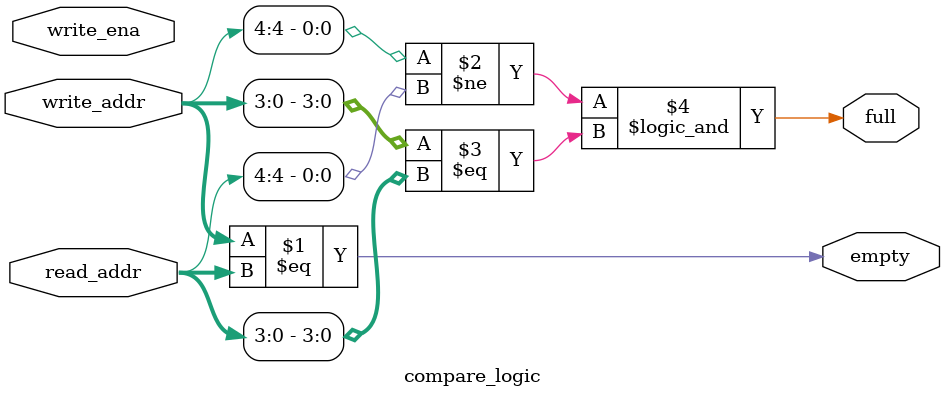
<source format=sv>
module compare_logic #(ADDR_WIDTH = 4)
(
    input wire [ADDR_WIDTH : 0] write_addr,
    input wire [ADDR_WIDTH : 0] read_addr,
    input wire write_ena, 
    output wire full,
    output wire empty
    
);

// assign empty = (write_addr == read_addr);
assign empty = (write_addr == read_addr) ;

assign full = (write_addr[ADDR_WIDTH] != read_addr[ADDR_WIDTH]) && (write_addr[ADDR_WIDTH -1 :0] == read_addr[ADDR_WIDTH -1:0]);

endmodule

</source>
